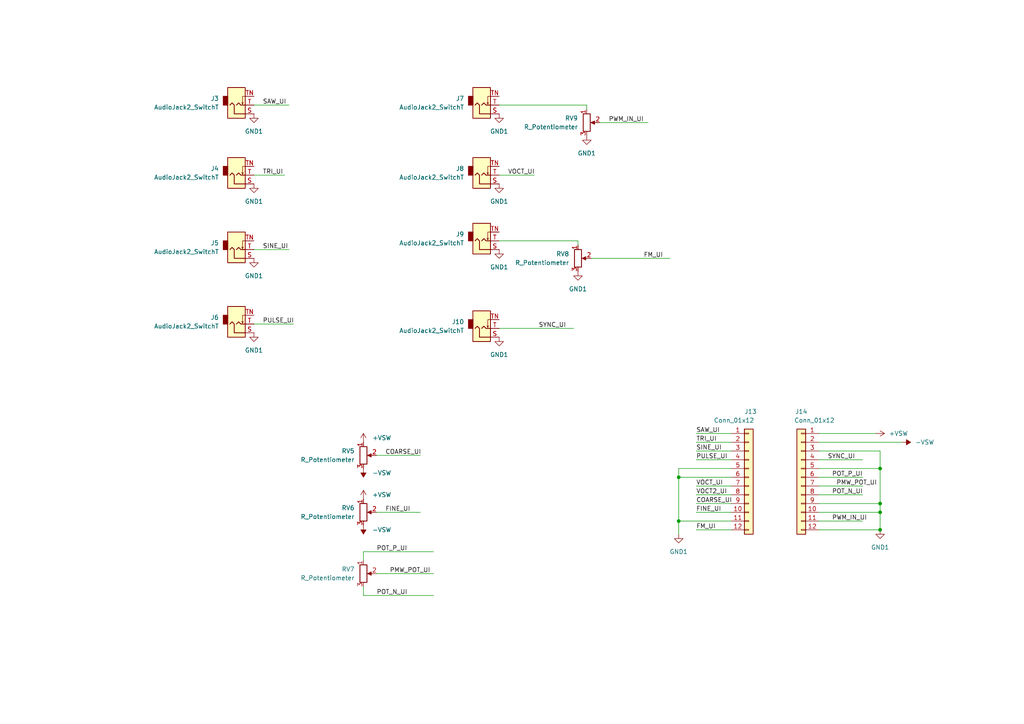
<source format=kicad_sch>
(kicad_sch (version 20211123) (generator eeschema)

  (uuid db029eb8-378f-4592-81ef-204e091eaa5e)

  (paper "A4")

  (lib_symbols
    (symbol "Connector:AudioJack2_SwitchT" (in_bom yes) (on_board yes)
      (property "Reference" "J" (id 0) (at 0 8.89 0)
        (effects (font (size 1.27 1.27)))
      )
      (property "Value" "AudioJack2_SwitchT" (id 1) (at 0 6.35 0)
        (effects (font (size 1.27 1.27)))
      )
      (property "Footprint" "" (id 2) (at 0 0 0)
        (effects (font (size 1.27 1.27)) hide)
      )
      (property "Datasheet" "~" (id 3) (at 0 0 0)
        (effects (font (size 1.27 1.27)) hide)
      )
      (property "ki_keywords" "audio jack receptacle mono headphones phone TS connector" (id 4) (at 0 0 0)
        (effects (font (size 1.27 1.27)) hide)
      )
      (property "ki_description" "Audio Jack, 2 Poles (Mono / TS), Switched T Pole (Normalling)" (id 5) (at 0 0 0)
        (effects (font (size 1.27 1.27)) hide)
      )
      (property "ki_fp_filters" "Jack*" (id 6) (at 0 0 0)
        (effects (font (size 1.27 1.27)) hide)
      )
      (symbol "AudioJack2_SwitchT_0_1"
        (rectangle (start -2.54 0) (end -3.81 -2.54)
          (stroke (width 0.254) (type default) (color 0 0 0 0))
          (fill (type outline))
        )
        (polyline
          (pts
            (xy 1.778 -0.254)
            (xy 2.032 -0.762)
          )
          (stroke (width 0) (type default) (color 0 0 0 0))
          (fill (type none))
        )
        (polyline
          (pts
            (xy 0 0)
            (xy 0.635 -0.635)
            (xy 1.27 0)
            (xy 2.54 0)
          )
          (stroke (width 0.254) (type default) (color 0 0 0 0))
          (fill (type none))
        )
        (polyline
          (pts
            (xy 2.54 -2.54)
            (xy 1.778 -2.54)
            (xy 1.778 -0.254)
            (xy 1.524 -0.762)
          )
          (stroke (width 0) (type default) (color 0 0 0 0))
          (fill (type none))
        )
        (polyline
          (pts
            (xy 2.54 2.54)
            (xy -0.635 2.54)
            (xy -0.635 0)
            (xy -1.27 -0.635)
            (xy -1.905 0)
          )
          (stroke (width 0.254) (type default) (color 0 0 0 0))
          (fill (type none))
        )
        (rectangle (start 2.54 3.81) (end -2.54 -5.08)
          (stroke (width 0.254) (type default) (color 0 0 0 0))
          (fill (type background))
        )
      )
      (symbol "AudioJack2_SwitchT_1_1"
        (pin passive line (at 5.08 2.54 180) (length 2.54)
          (name "~" (effects (font (size 1.27 1.27))))
          (number "S" (effects (font (size 1.27 1.27))))
        )
        (pin passive line (at 5.08 0 180) (length 2.54)
          (name "~" (effects (font (size 1.27 1.27))))
          (number "T" (effects (font (size 1.27 1.27))))
        )
        (pin passive line (at 5.08 -2.54 180) (length 2.54)
          (name "~" (effects (font (size 1.27 1.27))))
          (number "TN" (effects (font (size 1.27 1.27))))
        )
      )
    )
    (symbol "Connector_Generic:Conn_01x12" (pin_names (offset 1.016) hide) (in_bom yes) (on_board yes)
      (property "Reference" "J" (id 0) (at 0 15.24 0)
        (effects (font (size 1.27 1.27)))
      )
      (property "Value" "Conn_01x12" (id 1) (at 0 -17.78 0)
        (effects (font (size 1.27 1.27)))
      )
      (property "Footprint" "" (id 2) (at 0 0 0)
        (effects (font (size 1.27 1.27)) hide)
      )
      (property "Datasheet" "~" (id 3) (at 0 0 0)
        (effects (font (size 1.27 1.27)) hide)
      )
      (property "ki_keywords" "connector" (id 4) (at 0 0 0)
        (effects (font (size 1.27 1.27)) hide)
      )
      (property "ki_description" "Generic connector, single row, 01x12, script generated (kicad-library-utils/schlib/autogen/connector/)" (id 5) (at 0 0 0)
        (effects (font (size 1.27 1.27)) hide)
      )
      (property "ki_fp_filters" "Connector*:*_1x??_*" (id 6) (at 0 0 0)
        (effects (font (size 1.27 1.27)) hide)
      )
      (symbol "Conn_01x12_1_1"
        (rectangle (start -1.27 -15.113) (end 0 -15.367)
          (stroke (width 0.1524) (type default) (color 0 0 0 0))
          (fill (type none))
        )
        (rectangle (start -1.27 -12.573) (end 0 -12.827)
          (stroke (width 0.1524) (type default) (color 0 0 0 0))
          (fill (type none))
        )
        (rectangle (start -1.27 -10.033) (end 0 -10.287)
          (stroke (width 0.1524) (type default) (color 0 0 0 0))
          (fill (type none))
        )
        (rectangle (start -1.27 -7.493) (end 0 -7.747)
          (stroke (width 0.1524) (type default) (color 0 0 0 0))
          (fill (type none))
        )
        (rectangle (start -1.27 -4.953) (end 0 -5.207)
          (stroke (width 0.1524) (type default) (color 0 0 0 0))
          (fill (type none))
        )
        (rectangle (start -1.27 -2.413) (end 0 -2.667)
          (stroke (width 0.1524) (type default) (color 0 0 0 0))
          (fill (type none))
        )
        (rectangle (start -1.27 0.127) (end 0 -0.127)
          (stroke (width 0.1524) (type default) (color 0 0 0 0))
          (fill (type none))
        )
        (rectangle (start -1.27 2.667) (end 0 2.413)
          (stroke (width 0.1524) (type default) (color 0 0 0 0))
          (fill (type none))
        )
        (rectangle (start -1.27 5.207) (end 0 4.953)
          (stroke (width 0.1524) (type default) (color 0 0 0 0))
          (fill (type none))
        )
        (rectangle (start -1.27 7.747) (end 0 7.493)
          (stroke (width 0.1524) (type default) (color 0 0 0 0))
          (fill (type none))
        )
        (rectangle (start -1.27 10.287) (end 0 10.033)
          (stroke (width 0.1524) (type default) (color 0 0 0 0))
          (fill (type none))
        )
        (rectangle (start -1.27 12.827) (end 0 12.573)
          (stroke (width 0.1524) (type default) (color 0 0 0 0))
          (fill (type none))
        )
        (rectangle (start -1.27 13.97) (end 1.27 -16.51)
          (stroke (width 0.254) (type default) (color 0 0 0 0))
          (fill (type background))
        )
        (pin passive line (at -5.08 12.7 0) (length 3.81)
          (name "Pin_1" (effects (font (size 1.27 1.27))))
          (number "1" (effects (font (size 1.27 1.27))))
        )
        (pin passive line (at -5.08 -10.16 0) (length 3.81)
          (name "Pin_10" (effects (font (size 1.27 1.27))))
          (number "10" (effects (font (size 1.27 1.27))))
        )
        (pin passive line (at -5.08 -12.7 0) (length 3.81)
          (name "Pin_11" (effects (font (size 1.27 1.27))))
          (number "11" (effects (font (size 1.27 1.27))))
        )
        (pin passive line (at -5.08 -15.24 0) (length 3.81)
          (name "Pin_12" (effects (font (size 1.27 1.27))))
          (number "12" (effects (font (size 1.27 1.27))))
        )
        (pin passive line (at -5.08 10.16 0) (length 3.81)
          (name "Pin_2" (effects (font (size 1.27 1.27))))
          (number "2" (effects (font (size 1.27 1.27))))
        )
        (pin passive line (at -5.08 7.62 0) (length 3.81)
          (name "Pin_3" (effects (font (size 1.27 1.27))))
          (number "3" (effects (font (size 1.27 1.27))))
        )
        (pin passive line (at -5.08 5.08 0) (length 3.81)
          (name "Pin_4" (effects (font (size 1.27 1.27))))
          (number "4" (effects (font (size 1.27 1.27))))
        )
        (pin passive line (at -5.08 2.54 0) (length 3.81)
          (name "Pin_5" (effects (font (size 1.27 1.27))))
          (number "5" (effects (font (size 1.27 1.27))))
        )
        (pin passive line (at -5.08 0 0) (length 3.81)
          (name "Pin_6" (effects (font (size 1.27 1.27))))
          (number "6" (effects (font (size 1.27 1.27))))
        )
        (pin passive line (at -5.08 -2.54 0) (length 3.81)
          (name "Pin_7" (effects (font (size 1.27 1.27))))
          (number "7" (effects (font (size 1.27 1.27))))
        )
        (pin passive line (at -5.08 -5.08 0) (length 3.81)
          (name "Pin_8" (effects (font (size 1.27 1.27))))
          (number "8" (effects (font (size 1.27 1.27))))
        )
        (pin passive line (at -5.08 -7.62 0) (length 3.81)
          (name "Pin_9" (effects (font (size 1.27 1.27))))
          (number "9" (effects (font (size 1.27 1.27))))
        )
      )
    )
    (symbol "Device:R_Potentiometer" (pin_names (offset 1.016) hide) (in_bom yes) (on_board yes)
      (property "Reference" "RV" (id 0) (at -4.445 0 90)
        (effects (font (size 1.27 1.27)))
      )
      (property "Value" "R_Potentiometer" (id 1) (at -2.54 0 90)
        (effects (font (size 1.27 1.27)))
      )
      (property "Footprint" "" (id 2) (at 0 0 0)
        (effects (font (size 1.27 1.27)) hide)
      )
      (property "Datasheet" "~" (id 3) (at 0 0 0)
        (effects (font (size 1.27 1.27)) hide)
      )
      (property "ki_keywords" "resistor variable" (id 4) (at 0 0 0)
        (effects (font (size 1.27 1.27)) hide)
      )
      (property "ki_description" "Potentiometer" (id 5) (at 0 0 0)
        (effects (font (size 1.27 1.27)) hide)
      )
      (property "ki_fp_filters" "Potentiometer*" (id 6) (at 0 0 0)
        (effects (font (size 1.27 1.27)) hide)
      )
      (symbol "R_Potentiometer_0_1"
        (polyline
          (pts
            (xy 2.54 0)
            (xy 1.524 0)
          )
          (stroke (width 0) (type default) (color 0 0 0 0))
          (fill (type none))
        )
        (polyline
          (pts
            (xy 1.143 0)
            (xy 2.286 0.508)
            (xy 2.286 -0.508)
            (xy 1.143 0)
          )
          (stroke (width 0) (type default) (color 0 0 0 0))
          (fill (type outline))
        )
        (rectangle (start 1.016 2.54) (end -1.016 -2.54)
          (stroke (width 0.254) (type default) (color 0 0 0 0))
          (fill (type none))
        )
      )
      (symbol "R_Potentiometer_1_1"
        (pin passive line (at 0 3.81 270) (length 1.27)
          (name "1" (effects (font (size 1.27 1.27))))
          (number "1" (effects (font (size 1.27 1.27))))
        )
        (pin passive line (at 3.81 0 180) (length 1.27)
          (name "2" (effects (font (size 1.27 1.27))))
          (number "2" (effects (font (size 1.27 1.27))))
        )
        (pin passive line (at 0 -3.81 90) (length 1.27)
          (name "3" (effects (font (size 1.27 1.27))))
          (number "3" (effects (font (size 1.27 1.27))))
        )
      )
    )
    (symbol "power:+VSW" (power) (pin_names (offset 0)) (in_bom yes) (on_board yes)
      (property "Reference" "#PWR" (id 0) (at 0 -3.81 0)
        (effects (font (size 1.27 1.27)) hide)
      )
      (property "Value" "+VSW" (id 1) (at 0 3.556 0)
        (effects (font (size 1.27 1.27)))
      )
      (property "Footprint" "" (id 2) (at 0 0 0)
        (effects (font (size 1.27 1.27)) hide)
      )
      (property "Datasheet" "" (id 3) (at 0 0 0)
        (effects (font (size 1.27 1.27)) hide)
      )
      (property "ki_keywords" "power-flag" (id 4) (at 0 0 0)
        (effects (font (size 1.27 1.27)) hide)
      )
      (property "ki_description" "Power symbol creates a global label with name \"+VSW\"" (id 5) (at 0 0 0)
        (effects (font (size 1.27 1.27)) hide)
      )
      (symbol "+VSW_0_1"
        (polyline
          (pts
            (xy -0.762 1.27)
            (xy 0 2.54)
          )
          (stroke (width 0) (type default) (color 0 0 0 0))
          (fill (type none))
        )
        (polyline
          (pts
            (xy 0 0)
            (xy 0 2.54)
          )
          (stroke (width 0) (type default) (color 0 0 0 0))
          (fill (type none))
        )
        (polyline
          (pts
            (xy 0 2.54)
            (xy 0.762 1.27)
          )
          (stroke (width 0) (type default) (color 0 0 0 0))
          (fill (type none))
        )
      )
      (symbol "+VSW_1_1"
        (pin power_in line (at 0 0 90) (length 0) hide
          (name "+VSW" (effects (font (size 1.27 1.27))))
          (number "1" (effects (font (size 1.27 1.27))))
        )
      )
    )
    (symbol "power:-VSW" (power) (pin_names (offset 0)) (in_bom yes) (on_board yes)
      (property "Reference" "#PWR" (id 0) (at 0 2.54 0)
        (effects (font (size 1.27 1.27)) hide)
      )
      (property "Value" "-VSW" (id 1) (at 0 3.81 0)
        (effects (font (size 1.27 1.27)))
      )
      (property "Footprint" "" (id 2) (at 0 0 0)
        (effects (font (size 1.27 1.27)) hide)
      )
      (property "Datasheet" "" (id 3) (at 0 0 0)
        (effects (font (size 1.27 1.27)) hide)
      )
      (property "ki_keywords" "power-flag" (id 4) (at 0 0 0)
        (effects (font (size 1.27 1.27)) hide)
      )
      (property "ki_description" "Power symbol creates a global label with name \"-VSW\"" (id 5) (at 0 0 0)
        (effects (font (size 1.27 1.27)) hide)
      )
      (symbol "-VSW_0_0"
        (pin power_in line (at 0 0 90) (length 0) hide
          (name "-VSW" (effects (font (size 1.27 1.27))))
          (number "1" (effects (font (size 1.27 1.27))))
        )
      )
      (symbol "-VSW_0_1"
        (polyline
          (pts
            (xy 0 0)
            (xy 0 1.27)
            (xy 0.762 1.27)
            (xy 0 2.54)
            (xy -0.762 1.27)
            (xy 0 1.27)
          )
          (stroke (width 0) (type default) (color 0 0 0 0))
          (fill (type outline))
        )
      )
    )
    (symbol "power:GND1" (power) (pin_names (offset 0)) (in_bom yes) (on_board yes)
      (property "Reference" "#PWR" (id 0) (at 0 -6.35 0)
        (effects (font (size 1.27 1.27)) hide)
      )
      (property "Value" "GND1" (id 1) (at 0 -3.81 0)
        (effects (font (size 1.27 1.27)))
      )
      (property "Footprint" "" (id 2) (at 0 0 0)
        (effects (font (size 1.27 1.27)) hide)
      )
      (property "Datasheet" "" (id 3) (at 0 0 0)
        (effects (font (size 1.27 1.27)) hide)
      )
      (property "ki_keywords" "power-flag" (id 4) (at 0 0 0)
        (effects (font (size 1.27 1.27)) hide)
      )
      (property "ki_description" "Power symbol creates a global label with name \"GND1\" , ground" (id 5) (at 0 0 0)
        (effects (font (size 1.27 1.27)) hide)
      )
      (symbol "GND1_0_1"
        (polyline
          (pts
            (xy 0 0)
            (xy 0 -1.27)
            (xy 1.27 -1.27)
            (xy 0 -2.54)
            (xy -1.27 -1.27)
            (xy 0 -1.27)
          )
          (stroke (width 0) (type default) (color 0 0 0 0))
          (fill (type none))
        )
      )
      (symbol "GND1_1_1"
        (pin power_in line (at 0 0 270) (length 0) hide
          (name "GND1" (effects (font (size 1.27 1.27))))
          (number "1" (effects (font (size 1.27 1.27))))
        )
      )
    )
  )

  (junction (at 255.27 148.59) (diameter 0) (color 0 0 0 0)
    (uuid 0e3427e4-9e93-4d1b-a39a-5754ab10baf8)
  )
  (junction (at 255.27 135.89) (diameter 0) (color 0 0 0 0)
    (uuid 17db02e1-573e-46af-8faf-5d406ff54532)
  )
  (junction (at 255.27 146.05) (diameter 0) (color 0 0 0 0)
    (uuid 26e026ec-cd78-4ca0-bf21-0ff4aaa20793)
  )
  (junction (at 255.27 153.67) (diameter 0) (color 0 0 0 0)
    (uuid 4b14b03f-8c92-46b3-98ae-ea8923d49d93)
  )
  (junction (at 196.85 151.13) (diameter 0) (color 0 0 0 0)
    (uuid 6c447788-cef8-4323-8e24-944ccaf387df)
  )
  (junction (at 196.85 138.43) (diameter 0) (color 0 0 0 0)
    (uuid c05f7476-3a94-4f93-bbf2-5da176f87413)
  )

  (wire (pts (xy 173.99 35.56) (xy 187.96 35.56))
    (stroke (width 0) (type default) (color 0 0 0 0))
    (uuid 05cd84ba-a4cc-4efb-94d2-335a52921a91)
  )
  (wire (pts (xy 167.64 69.85) (xy 167.64 71.12))
    (stroke (width 0) (type default) (color 0 0 0 0))
    (uuid 07436936-97fa-4fef-9636-6bcc78090bd2)
  )
  (wire (pts (xy 250.19 140.97) (xy 237.49 140.97))
    (stroke (width 0) (type default) (color 0 0 0 0))
    (uuid 099f1c0b-948d-44bb-853c-b13f48b56876)
  )
  (wire (pts (xy 255.27 146.05) (xy 255.27 148.59))
    (stroke (width 0) (type default) (color 0 0 0 0))
    (uuid 12ae95ce-fa39-459f-961b-6c6322acd577)
  )
  (wire (pts (xy 73.66 72.39) (xy 83.82 72.39))
    (stroke (width 0) (type default) (color 0 0 0 0))
    (uuid 18e14f04-b2f9-40c4-860c-5b0614cdbcb2)
  )
  (wire (pts (xy 196.85 135.89) (xy 196.85 138.43))
    (stroke (width 0) (type default) (color 0 0 0 0))
    (uuid 1ebd0517-aa38-4439-8011-b413ebf422cb)
  )
  (wire (pts (xy 237.49 148.59) (xy 255.27 148.59))
    (stroke (width 0) (type default) (color 0 0 0 0))
    (uuid 1ec5208a-4434-4563-8ef4-27dd0316d97a)
  )
  (wire (pts (xy 250.19 151.13) (xy 237.49 151.13))
    (stroke (width 0) (type default) (color 0 0 0 0))
    (uuid 1edfca0c-7a02-4327-b29e-007607e00e62)
  )
  (wire (pts (xy 125.73 160.02) (xy 105.41 160.02))
    (stroke (width 0) (type default) (color 0 0 0 0))
    (uuid 1f96c559-08e0-419d-84e9-041eab6f0f7b)
  )
  (wire (pts (xy 237.49 146.05) (xy 255.27 146.05))
    (stroke (width 0) (type default) (color 0 0 0 0))
    (uuid 2689fc57-b5a3-47c0-82f7-6c2097a4d06a)
  )
  (wire (pts (xy 196.85 138.43) (xy 196.85 151.13))
    (stroke (width 0) (type default) (color 0 0 0 0))
    (uuid 371a7c33-a384-4f74-a77c-9472f7755e4d)
  )
  (wire (pts (xy 255.27 130.81) (xy 255.27 135.89))
    (stroke (width 0) (type default) (color 0 0 0 0))
    (uuid 3805c214-74f2-4a2b-9363-325f90a26d72)
  )
  (wire (pts (xy 237.49 125.73) (xy 254 125.73))
    (stroke (width 0) (type default) (color 0 0 0 0))
    (uuid 3ac26387-cfec-435d-94a5-bfecffd5a37e)
  )
  (wire (pts (xy 201.93 153.67) (xy 212.09 153.67))
    (stroke (width 0) (type default) (color 0 0 0 0))
    (uuid 3c21ad08-72c9-4631-b0ba-815476c793ca)
  )
  (wire (pts (xy 196.85 151.13) (xy 196.85 154.94))
    (stroke (width 0) (type default) (color 0 0 0 0))
    (uuid 44f9d6be-a921-45d3-83e4-b44fc7092f94)
  )
  (wire (pts (xy 201.93 128.27) (xy 212.09 128.27))
    (stroke (width 0) (type default) (color 0 0 0 0))
    (uuid 46eec080-8f9d-4b82-8245-447a3a0f325b)
  )
  (wire (pts (xy 196.85 138.43) (xy 212.09 138.43))
    (stroke (width 0) (type default) (color 0 0 0 0))
    (uuid 5c370c08-4333-44fb-b0bc-1c4e5e5051fe)
  )
  (wire (pts (xy 105.41 172.72) (xy 105.41 170.18))
    (stroke (width 0) (type default) (color 0 0 0 0))
    (uuid 5d753425-070e-453a-9664-6b39c0358529)
  )
  (wire (pts (xy 201.93 143.51) (xy 212.09 143.51))
    (stroke (width 0) (type default) (color 0 0 0 0))
    (uuid 60c6cd11-19de-4507-bbfd-0b3eecb0ec9b)
  )
  (wire (pts (xy 144.78 30.48) (xy 170.18 30.48))
    (stroke (width 0) (type default) (color 0 0 0 0))
    (uuid 61cffea8-33cb-441f-9aea-36f0010c68da)
  )
  (wire (pts (xy 73.66 50.8) (xy 82.55 50.8))
    (stroke (width 0) (type default) (color 0 0 0 0))
    (uuid 62306dda-53eb-47f9-96a6-2a91b9df828a)
  )
  (wire (pts (xy 201.93 148.59) (xy 212.09 148.59))
    (stroke (width 0) (type default) (color 0 0 0 0))
    (uuid 69e414fb-6c4e-4883-b4d3-b341f4e4f65e)
  )
  (wire (pts (xy 201.93 133.35) (xy 212.09 133.35))
    (stroke (width 0) (type default) (color 0 0 0 0))
    (uuid 6d6dd1f0-ffd7-4c80-b2bd-a358c1ceed94)
  )
  (wire (pts (xy 201.93 125.73) (xy 212.09 125.73))
    (stroke (width 0) (type default) (color 0 0 0 0))
    (uuid 6f185d0b-166a-4001-8b55-6c90bcd82287)
  )
  (wire (pts (xy 237.49 130.81) (xy 255.27 130.81))
    (stroke (width 0) (type default) (color 0 0 0 0))
    (uuid 72d68da8-ce94-4e17-aa31-3d1976c2d9eb)
  )
  (wire (pts (xy 125.73 172.72) (xy 105.41 172.72))
    (stroke (width 0) (type default) (color 0 0 0 0))
    (uuid 74d6943a-6992-4081-b416-443cccd044f4)
  )
  (wire (pts (xy 237.49 153.67) (xy 255.27 153.67))
    (stroke (width 0) (type default) (color 0 0 0 0))
    (uuid 74dbb1ce-3365-4e8d-aa27-c27e120b9571)
  )
  (wire (pts (xy 201.93 140.97) (xy 212.09 140.97))
    (stroke (width 0) (type default) (color 0 0 0 0))
    (uuid 76434685-59c3-442e-9aef-9840e2e0b756)
  )
  (wire (pts (xy 144.78 50.8) (xy 154.94 50.8))
    (stroke (width 0) (type default) (color 0 0 0 0))
    (uuid 7e365a75-7ef7-4bc4-b900-97a23bdcc177)
  )
  (wire (pts (xy 250.19 138.43) (xy 237.49 138.43))
    (stroke (width 0) (type default) (color 0 0 0 0))
    (uuid 82c1aa95-7b67-4032-b778-0b77baf9a4c8)
  )
  (wire (pts (xy 250.19 133.35) (xy 237.49 133.35))
    (stroke (width 0) (type default) (color 0 0 0 0))
    (uuid 9067a147-ab1d-45f5-9485-8e3533274c19)
  )
  (wire (pts (xy 144.78 69.85) (xy 167.64 69.85))
    (stroke (width 0) (type default) (color 0 0 0 0))
    (uuid 966207dc-8df6-4e78-a414-a24570be2c65)
  )
  (wire (pts (xy 105.41 160.02) (xy 105.41 162.56))
    (stroke (width 0) (type default) (color 0 0 0 0))
    (uuid 976ddcae-3af2-4918-8e51-2b7512336028)
  )
  (wire (pts (xy 144.78 95.25) (xy 166.37 95.25))
    (stroke (width 0) (type default) (color 0 0 0 0))
    (uuid 9cde1728-e853-417a-9ef0-96155381e626)
  )
  (wire (pts (xy 255.27 135.89) (xy 255.27 146.05))
    (stroke (width 0) (type default) (color 0 0 0 0))
    (uuid 9d22bfa1-d650-43d2-b67c-1ad483a0d5d5)
  )
  (wire (pts (xy 196.85 151.13) (xy 212.09 151.13))
    (stroke (width 0) (type default) (color 0 0 0 0))
    (uuid ad6f0be3-df79-42ce-a019-6f98c8940f6a)
  )
  (wire (pts (xy 194.31 74.93) (xy 171.45 74.93))
    (stroke (width 0) (type default) (color 0 0 0 0))
    (uuid af2b6631-ffb4-4191-a3b1-eecfecd8cbc7)
  )
  (wire (pts (xy 170.18 30.48) (xy 170.18 31.75))
    (stroke (width 0) (type default) (color 0 0 0 0))
    (uuid b836ad3e-37e5-4dd2-bb88-840d590d5ef7)
  )
  (wire (pts (xy 109.22 166.37) (xy 125.73 166.37))
    (stroke (width 0) (type default) (color 0 0 0 0))
    (uuid c0f8f368-3b6f-44a2-abcb-cadcbf61e7fb)
  )
  (wire (pts (xy 237.49 135.89) (xy 255.27 135.89))
    (stroke (width 0) (type default) (color 0 0 0 0))
    (uuid c39b09ba-c61d-4868-8fa8-c3c4c64b328c)
  )
  (wire (pts (xy 73.66 93.98) (xy 85.09 93.98))
    (stroke (width 0) (type default) (color 0 0 0 0))
    (uuid c3a617ea-7ae6-45c3-a8c7-09bf1bab9a5c)
  )
  (wire (pts (xy 109.22 148.59) (xy 121.92 148.59))
    (stroke (width 0) (type default) (color 0 0 0 0))
    (uuid c4da8985-8598-4bbe-b2dd-9b1d1564cef1)
  )
  (wire (pts (xy 237.49 128.27) (xy 261.62 128.27))
    (stroke (width 0) (type default) (color 0 0 0 0))
    (uuid c67a733f-481e-4d2d-999e-ff128d30d74d)
  )
  (wire (pts (xy 109.22 132.08) (xy 121.92 132.08))
    (stroke (width 0) (type default) (color 0 0 0 0))
    (uuid d79d8039-0242-46a3-9c56-de9b482eee0a)
  )
  (wire (pts (xy 201.93 130.81) (xy 212.09 130.81))
    (stroke (width 0) (type default) (color 0 0 0 0))
    (uuid dc77a7d5-d4da-494d-8eb9-3cdce505dcda)
  )
  (wire (pts (xy 73.66 30.48) (xy 83.82 30.48))
    (stroke (width 0) (type default) (color 0 0 0 0))
    (uuid de4d2843-ded3-4c83-87c7-853aff452a26)
  )
  (wire (pts (xy 212.09 135.89) (xy 196.85 135.89))
    (stroke (width 0) (type default) (color 0 0 0 0))
    (uuid e9efe5a7-24f6-46cd-b9a0-d87817d41bcc)
  )
  (wire (pts (xy 250.19 143.51) (xy 237.49 143.51))
    (stroke (width 0) (type default) (color 0 0 0 0))
    (uuid f61c9914-0176-4560-bb90-480364e6a6cd)
  )
  (wire (pts (xy 255.27 148.59) (xy 255.27 153.67))
    (stroke (width 0) (type default) (color 0 0 0 0))
    (uuid f622b175-dfc2-4e63-aa34-27e62ae47745)
  )
  (wire (pts (xy 201.93 146.05) (xy 212.09 146.05))
    (stroke (width 0) (type default) (color 0 0 0 0))
    (uuid f7312eb2-d108-41f9-b6ba-6ffde1a9e6ec)
  )

  (label "SYNC_UI" (at 156.21 95.25 0)
    (effects (font (size 1.27 1.27)) (justify left bottom))
    (uuid 11e9a844-cf01-48b0-ac4c-3bded2f7e550)
  )
  (label "POT_N_UI" (at 241.3 143.51 0)
    (effects (font (size 1.27 1.27)) (justify left bottom))
    (uuid 1b746508-7ebf-4918-b1e0-340dbdbd63bd)
  )
  (label "FINE_UI" (at 201.93 148.59 0)
    (effects (font (size 1.27 1.27)) (justify left bottom))
    (uuid 25f5aea5-fc4d-4a8f-9859-fa6a13492be2)
  )
  (label "SYNC_UI" (at 240.03 133.35 0)
    (effects (font (size 1.27 1.27)) (justify left bottom))
    (uuid 2b245f81-0108-4871-a9f8-5ce259773673)
  )
  (label "VOCT_UI" (at 201.93 140.97 0)
    (effects (font (size 1.27 1.27)) (justify left bottom))
    (uuid 2e14957b-e576-41a9-bb46-75f8907d7a1c)
  )
  (label "TRI_UI" (at 201.93 128.27 0)
    (effects (font (size 1.27 1.27)) (justify left bottom))
    (uuid 2fce9a97-6235-41bf-b1eb-668cdc84c0d8)
  )
  (label "POT_P_UI" (at 109.22 160.02 0)
    (effects (font (size 1.27 1.27)) (justify left bottom))
    (uuid 319559ea-581a-4f1c-9ef7-f44ec57c46a7)
  )
  (label "POT_N_UI" (at 109.22 172.72 0)
    (effects (font (size 1.27 1.27)) (justify left bottom))
    (uuid 5040b79a-81e5-49f6-bf0a-eb3b19d8cc40)
  )
  (label "COARSE_UI" (at 111.76 132.08 0)
    (effects (font (size 1.27 1.27)) (justify left bottom))
    (uuid 51f245d2-1f3f-43fa-8b7c-d2b779c568b2)
  )
  (label "PWM_IN_UI" (at 176.53 35.56 0)
    (effects (font (size 1.27 1.27)) (justify left bottom))
    (uuid 6497ebdb-96a8-45ce-8ab9-a34abdb0a680)
  )
  (label "FINE_UI" (at 111.76 148.59 0)
    (effects (font (size 1.27 1.27)) (justify left bottom))
    (uuid 6797d263-83e3-4dcb-9fc1-c34b5cfd324f)
  )
  (label "FM_UI" (at 201.93 153.67 0)
    (effects (font (size 1.27 1.27)) (justify left bottom))
    (uuid 718aa8d3-2610-49e5-8498-109f280d1f11)
  )
  (label "PULSE_UI" (at 201.93 133.35 0)
    (effects (font (size 1.27 1.27)) (justify left bottom))
    (uuid 89a7510f-29e3-473c-b045-ad05347c1ff5)
  )
  (label "PWM_IN_UI" (at 241.3 151.13 0)
    (effects (font (size 1.27 1.27)) (justify left bottom))
    (uuid 8b7b6150-6e17-4508-8271-2ea039fd0a1d)
  )
  (label "VOCT_UI" (at 147.32 50.8 0)
    (effects (font (size 1.27 1.27)) (justify left bottom))
    (uuid 92c360f4-4c1b-4367-ad40-e00167bf3f88)
  )
  (label "PULSE_UI" (at 76.2 93.98 0)
    (effects (font (size 1.27 1.27)) (justify left bottom))
    (uuid 98e21296-f200-4157-b8a7-f711bf098ece)
  )
  (label "VOCT2_UI" (at 201.93 143.51 0)
    (effects (font (size 1.27 1.27)) (justify left bottom))
    (uuid 9c6005df-d229-4e8d-b81f-eb91cead2e40)
  )
  (label "FM_UI" (at 186.69 74.93 0)
    (effects (font (size 1.27 1.27)) (justify left bottom))
    (uuid a124d49e-6423-4e02-bdf9-ca38776e7762)
  )
  (label "PMW_POT_UI" (at 113.03 166.37 0)
    (effects (font (size 1.27 1.27)) (justify left bottom))
    (uuid b3c3a047-064f-4102-bb82-a33612151181)
  )
  (label "COARSE_UI" (at 201.93 146.05 0)
    (effects (font (size 1.27 1.27)) (justify left bottom))
    (uuid c7ace4db-7b19-47fb-ba13-6a1f46753742)
  )
  (label "POT_P_UI" (at 241.3 138.43 0)
    (effects (font (size 1.27 1.27)) (justify left bottom))
    (uuid d4fee2bb-8790-4184-a5b2-4b742eaa9c1a)
  )
  (label "TRI_UI" (at 76.2 50.8 0)
    (effects (font (size 1.27 1.27)) (justify left bottom))
    (uuid d5a94f78-958a-4577-a380-0703636ccee1)
  )
  (label "SAW_UI" (at 76.2 30.48 0)
    (effects (font (size 1.27 1.27)) (justify left bottom))
    (uuid dce54ff5-536a-432a-a5db-989c9c62764e)
  )
  (label "SINE_UI" (at 201.93 130.81 0)
    (effects (font (size 1.27 1.27)) (justify left bottom))
    (uuid e1e18dea-8447-4844-a5bd-c821c9889be9)
  )
  (label "PMW_POT_UI" (at 242.57 140.97 0)
    (effects (font (size 1.27 1.27)) (justify left bottom))
    (uuid e31b7783-0cbf-495d-b511-95915b28a0db)
  )
  (label "SAW_UI" (at 201.93 125.73 0)
    (effects (font (size 1.27 1.27)) (justify left bottom))
    (uuid ee0c6a3e-f13d-4023-9f83-e9a0dc874efd)
  )
  (label "SINE_UI" (at 76.2 72.39 0)
    (effects (font (size 1.27 1.27)) (justify left bottom))
    (uuid f2250321-83bc-48a0-9cdc-8649a7319e62)
  )

  (symbol (lib_id "power:GND1") (at 144.78 97.79 0) (unit 1)
    (in_bom yes) (on_board yes) (fields_autoplaced)
    (uuid 050deb1e-32fb-4606-a822-3e88eb4447b7)
    (property "Reference" "#PWR055" (id 0) (at 144.78 104.14 0)
      (effects (font (size 1.27 1.27)) hide)
    )
    (property "Value" "GND1" (id 1) (at 144.78 102.87 0))
    (property "Footprint" "" (id 2) (at 144.78 97.79 0)
      (effects (font (size 1.27 1.27)) hide)
    )
    (property "Datasheet" "" (id 3) (at 144.78 97.79 0)
      (effects (font (size 1.27 1.27)) hide)
    )
    (pin "1" (uuid 148cbadb-c39a-43ec-9b69-16c16947add0))
  )

  (symbol (lib_id "Device:R_Potentiometer") (at 167.64 74.93 0) (unit 1)
    (in_bom yes) (on_board yes) (fields_autoplaced)
    (uuid 0f98137f-92a5-454e-8b60-31e7c3f4a16e)
    (property "Reference" "RV8" (id 0) (at 165.1 73.6599 0)
      (effects (font (size 1.27 1.27)) (justify right))
    )
    (property "Value" "R_Potentiometer" (id 1) (at 165.1 76.1999 0)
      (effects (font (size 1.27 1.27)) (justify right))
    )
    (property "Footprint" "Potentiometer_THT:Potentiometer_Alpha_RD901F-40-00D_Single_Vertical_CircularHoles" (id 2) (at 167.64 74.93 0)
      (effects (font (size 1.27 1.27)) hide)
    )
    (property "Datasheet" "~" (id 3) (at 167.64 74.93 0)
      (effects (font (size 1.27 1.27)) hide)
    )
    (pin "1" (uuid a3614ca0-7ddf-4832-a078-d0862f4aa816))
    (pin "2" (uuid 30854738-39f9-41f7-9c50-13234a785d4c))
    (pin "3" (uuid b1cb2d44-904f-4c18-86b5-59721cadec44))
  )

  (symbol (lib_id "Connector:AudioJack2_SwitchT") (at 139.7 69.85 0) (mirror x) (unit 1)
    (in_bom yes) (on_board yes) (fields_autoplaced)
    (uuid 12389d54-d624-41f9-9f0e-42a9874cbbdd)
    (property "Reference" "J9" (id 0) (at 134.62 67.9449 0)
      (effects (font (size 1.27 1.27)) (justify right))
    )
    (property "Value" "AudioJack2_SwitchT" (id 1) (at 134.62 70.4849 0)
      (effects (font (size 1.27 1.27)) (justify right))
    )
    (property "Footprint" "Connector_Audio:Jack_3.5mm_QingPu_WQP-PJ398SM_Vertical_CircularHoles" (id 2) (at 139.7 69.85 0)
      (effects (font (size 1.27 1.27)) hide)
    )
    (property "Datasheet" "~" (id 3) (at 139.7 69.85 0)
      (effects (font (size 1.27 1.27)) hide)
    )
    (pin "S" (uuid a9e5c8e6-4a0e-4f5a-9382-5cc222dc5bb9))
    (pin "T" (uuid a623ed9f-8c31-46b3-b533-c6f81040a878))
    (pin "TN" (uuid ab1a329d-de70-4bec-98c3-c0a4d6901794))
  )

  (symbol (lib_id "power:GND1") (at 73.66 96.52 0) (unit 1)
    (in_bom yes) (on_board yes) (fields_autoplaced)
    (uuid 13930a00-2767-46fa-8798-4267cad03bbe)
    (property "Reference" "#PWR047" (id 0) (at 73.66 102.87 0)
      (effects (font (size 1.27 1.27)) hide)
    )
    (property "Value" "GND1" (id 1) (at 73.66 101.6 0))
    (property "Footprint" "" (id 2) (at 73.66 96.52 0)
      (effects (font (size 1.27 1.27)) hide)
    )
    (property "Datasheet" "" (id 3) (at 73.66 96.52 0)
      (effects (font (size 1.27 1.27)) hide)
    )
    (pin "1" (uuid 695e07d7-ccc4-43e0-94f6-130141a9ae2c))
  )

  (symbol (lib_id "power:+VSW") (at 105.41 128.27 0) (unit 1)
    (in_bom yes) (on_board yes) (fields_autoplaced)
    (uuid 15ac21ae-f9cb-44b3-a829-11afb5bf7364)
    (property "Reference" "#PWR048" (id 0) (at 105.41 132.08 0)
      (effects (font (size 1.27 1.27)) hide)
    )
    (property "Value" "+VSW" (id 1) (at 107.95 126.9999 0)
      (effects (font (size 1.27 1.27)) (justify left))
    )
    (property "Footprint" "" (id 2) (at 105.41 128.27 0)
      (effects (font (size 1.27 1.27)) hide)
    )
    (property "Datasheet" "" (id 3) (at 105.41 128.27 0)
      (effects (font (size 1.27 1.27)) hide)
    )
    (pin "1" (uuid d80f7892-6599-4c58-8ba5-7baa5b92a712))
  )

  (symbol (lib_id "Connector:AudioJack2_SwitchT") (at 68.58 50.8 0) (mirror x) (unit 1)
    (in_bom yes) (on_board yes) (fields_autoplaced)
    (uuid 1b9c1029-d484-4fa3-9ef5-1f130cf9a902)
    (property "Reference" "J4" (id 0) (at 63.5 48.8949 0)
      (effects (font (size 1.27 1.27)) (justify right))
    )
    (property "Value" "AudioJack2_SwitchT" (id 1) (at 63.5 51.4349 0)
      (effects (font (size 1.27 1.27)) (justify right))
    )
    (property "Footprint" "Connector_Audio:Jack_3.5mm_QingPu_WQP-PJ398SM_Vertical_CircularHoles" (id 2) (at 68.58 50.8 0)
      (effects (font (size 1.27 1.27)) hide)
    )
    (property "Datasheet" "~" (id 3) (at 68.58 50.8 0)
      (effects (font (size 1.27 1.27)) hide)
    )
    (pin "S" (uuid 22fe7a42-8a42-4763-b568-47674b82b156))
    (pin "T" (uuid d7b4d359-6cee-4ce9-a2be-9e49fd43eb8a))
    (pin "TN" (uuid 2fe31bb1-fdf6-48fd-b74a-c3eadbb7622d))
  )

  (symbol (lib_id "Device:R_Potentiometer") (at 170.18 35.56 0) (unit 1)
    (in_bom yes) (on_board yes) (fields_autoplaced)
    (uuid 27fa20ae-2e67-4919-b11d-dcaa19446ef4)
    (property "Reference" "RV9" (id 0) (at 167.64 34.2899 0)
      (effects (font (size 1.27 1.27)) (justify right))
    )
    (property "Value" "R_Potentiometer" (id 1) (at 167.64 36.8299 0)
      (effects (font (size 1.27 1.27)) (justify right))
    )
    (property "Footprint" "Potentiometer_THT:Potentiometer_Alpha_RD901F-40-00D_Single_Vertical_CircularHoles" (id 2) (at 170.18 35.56 0)
      (effects (font (size 1.27 1.27)) hide)
    )
    (property "Datasheet" "~" (id 3) (at 170.18 35.56 0)
      (effects (font (size 1.27 1.27)) hide)
    )
    (pin "1" (uuid 7a0365ee-0bc3-48c5-bb7a-70c9efe7c000))
    (pin "2" (uuid 20231271-7c46-407d-8ef5-db411c6d99da))
    (pin "3" (uuid f739d856-1265-4d6e-8e2d-0895ff135e7d))
  )

  (symbol (lib_id "Connector:AudioJack2_SwitchT") (at 68.58 72.39 0) (mirror x) (unit 1)
    (in_bom yes) (on_board yes) (fields_autoplaced)
    (uuid 2cce5c52-1e96-454c-86c5-3cd3bdb28627)
    (property "Reference" "J5" (id 0) (at 63.5 70.4849 0)
      (effects (font (size 1.27 1.27)) (justify right))
    )
    (property "Value" "AudioJack2_SwitchT" (id 1) (at 63.5 73.0249 0)
      (effects (font (size 1.27 1.27)) (justify right))
    )
    (property "Footprint" "Connector_Audio:Jack_3.5mm_QingPu_WQP-PJ398SM_Vertical_CircularHoles" (id 2) (at 68.58 72.39 0)
      (effects (font (size 1.27 1.27)) hide)
    )
    (property "Datasheet" "~" (id 3) (at 68.58 72.39 0)
      (effects (font (size 1.27 1.27)) hide)
    )
    (pin "S" (uuid 698296d2-7993-49c3-9a56-7d5fb9ec026f))
    (pin "T" (uuid e3dcf7e2-b192-4e91-a300-52759231d89b))
    (pin "TN" (uuid ab7f7cce-4191-4da2-8312-a97543cc758c))
  )

  (symbol (lib_id "power:-VSW") (at 105.41 135.89 180) (unit 1)
    (in_bom yes) (on_board yes) (fields_autoplaced)
    (uuid 461f7005-ea4b-4184-a695-f1b5e6045075)
    (property "Reference" "#PWR049" (id 0) (at 105.41 138.43 0)
      (effects (font (size 1.27 1.27)) hide)
    )
    (property "Value" "-VSW" (id 1) (at 107.95 137.1599 0)
      (effects (font (size 1.27 1.27)) (justify right))
    )
    (property "Footprint" "" (id 2) (at 105.41 135.89 0)
      (effects (font (size 1.27 1.27)) hide)
    )
    (property "Datasheet" "" (id 3) (at 105.41 135.89 0)
      (effects (font (size 1.27 1.27)) hide)
    )
    (pin "1" (uuid e521e042-7bea-4d77-9333-ee55df12e14c))
  )

  (symbol (lib_id "Device:R_Potentiometer") (at 105.41 132.08 0) (unit 1)
    (in_bom yes) (on_board yes) (fields_autoplaced)
    (uuid 4d75eb7d-a7b0-4fd0-8cfb-99212dea5b05)
    (property "Reference" "RV5" (id 0) (at 102.87 130.8099 0)
      (effects (font (size 1.27 1.27)) (justify right))
    )
    (property "Value" "R_Potentiometer" (id 1) (at 102.87 133.3499 0)
      (effects (font (size 1.27 1.27)) (justify right))
    )
    (property "Footprint" "Potentiometer_THT:Potentiometer_Alpha_RD901F-40-00D_Single_Vertical_CircularHoles" (id 2) (at 105.41 132.08 0)
      (effects (font (size 1.27 1.27)) hide)
    )
    (property "Datasheet" "~" (id 3) (at 105.41 132.08 0)
      (effects (font (size 1.27 1.27)) hide)
    )
    (pin "1" (uuid 7298215e-7c5d-4566-9de7-94d9ce763cc8))
    (pin "2" (uuid 397651a3-fd76-41ea-b30a-e5bcb858c25e))
    (pin "3" (uuid 2543e11a-7679-4cc7-a60b-862513e191b2))
  )

  (symbol (lib_id "power:+VSW") (at 105.41 144.78 0) (unit 1)
    (in_bom yes) (on_board yes) (fields_autoplaced)
    (uuid 511037ab-8aa3-4a0d-ae4f-6765d641fad2)
    (property "Reference" "#PWR050" (id 0) (at 105.41 148.59 0)
      (effects (font (size 1.27 1.27)) hide)
    )
    (property "Value" "+VSW" (id 1) (at 107.95 143.5099 0)
      (effects (font (size 1.27 1.27)) (justify left))
    )
    (property "Footprint" "" (id 2) (at 105.41 144.78 0)
      (effects (font (size 1.27 1.27)) hide)
    )
    (property "Datasheet" "" (id 3) (at 105.41 144.78 0)
      (effects (font (size 1.27 1.27)) hide)
    )
    (pin "1" (uuid 1d6fab55-8b7b-47d1-9cf1-815f63776650))
  )

  (symbol (lib_id "Device:R_Potentiometer") (at 105.41 148.59 0) (unit 1)
    (in_bom yes) (on_board yes) (fields_autoplaced)
    (uuid 591d3693-359a-4ac7-b03a-cf66bbb83c40)
    (property "Reference" "RV6" (id 0) (at 102.87 147.3199 0)
      (effects (font (size 1.27 1.27)) (justify right))
    )
    (property "Value" "R_Potentiometer" (id 1) (at 102.87 149.8599 0)
      (effects (font (size 1.27 1.27)) (justify right))
    )
    (property "Footprint" "Potentiometer_THT:Potentiometer_Alpha_RD901F-40-00D_Single_Vertical_CircularHoles" (id 2) (at 105.41 148.59 0)
      (effects (font (size 1.27 1.27)) hide)
    )
    (property "Datasheet" "~" (id 3) (at 105.41 148.59 0)
      (effects (font (size 1.27 1.27)) hide)
    )
    (pin "1" (uuid d264f4b9-4e1e-460d-a14f-6aee4c1791ca))
    (pin "2" (uuid 46f3b954-3510-4815-9fc3-cce18eca4b7b))
    (pin "3" (uuid 5a00bf1d-9fde-433c-9c1d-3142ff68fa55))
  )

  (symbol (lib_id "power:-VSW") (at 105.41 152.4 180) (unit 1)
    (in_bom yes) (on_board yes) (fields_autoplaced)
    (uuid 65cf0107-1ee2-4768-94b5-f62f0bad4654)
    (property "Reference" "#PWR051" (id 0) (at 105.41 154.94 0)
      (effects (font (size 1.27 1.27)) hide)
    )
    (property "Value" "-VSW" (id 1) (at 107.95 153.6699 0)
      (effects (font (size 1.27 1.27)) (justify right))
    )
    (property "Footprint" "" (id 2) (at 105.41 152.4 0)
      (effects (font (size 1.27 1.27)) hide)
    )
    (property "Datasheet" "" (id 3) (at 105.41 152.4 0)
      (effects (font (size 1.27 1.27)) hide)
    )
    (pin "1" (uuid f044d33a-1947-4d97-a822-4c4ae9c82587))
  )

  (symbol (lib_id "power:GND1") (at 73.66 74.93 0) (unit 1)
    (in_bom yes) (on_board yes) (fields_autoplaced)
    (uuid 704b9c4f-3816-4d3a-bb48-bbefdfdbc933)
    (property "Reference" "#PWR046" (id 0) (at 73.66 81.28 0)
      (effects (font (size 1.27 1.27)) hide)
    )
    (property "Value" "GND1" (id 1) (at 73.66 80.01 0))
    (property "Footprint" "" (id 2) (at 73.66 74.93 0)
      (effects (font (size 1.27 1.27)) hide)
    )
    (property "Datasheet" "" (id 3) (at 73.66 74.93 0)
      (effects (font (size 1.27 1.27)) hide)
    )
    (pin "1" (uuid 89d334a3-3cc5-42ae-9655-9ab241f3284c))
  )

  (symbol (lib_id "Connector:AudioJack2_SwitchT") (at 68.58 93.98 0) (mirror x) (unit 1)
    (in_bom yes) (on_board yes) (fields_autoplaced)
    (uuid 738ba716-b144-4d9d-a97f-9a5e3edc1787)
    (property "Reference" "J6" (id 0) (at 63.5 92.0749 0)
      (effects (font (size 1.27 1.27)) (justify right))
    )
    (property "Value" "AudioJack2_SwitchT" (id 1) (at 63.5 94.6149 0)
      (effects (font (size 1.27 1.27)) (justify right))
    )
    (property "Footprint" "Connector_Audio:Jack_3.5mm_QingPu_WQP-PJ398SM_Vertical_CircularHoles" (id 2) (at 68.58 93.98 0)
      (effects (font (size 1.27 1.27)) hide)
    )
    (property "Datasheet" "~" (id 3) (at 68.58 93.98 0)
      (effects (font (size 1.27 1.27)) hide)
    )
    (pin "S" (uuid 79429c7f-e757-4a1e-8884-b6b704edec9c))
    (pin "T" (uuid 32504c11-8684-40e0-9d39-7fd8c726ce4b))
    (pin "TN" (uuid d69808a7-bea8-4260-a073-3e4481678065))
  )

  (symbol (lib_id "power:GND1") (at 73.66 53.34 0) (unit 1)
    (in_bom yes) (on_board yes) (fields_autoplaced)
    (uuid 75349622-a48a-42e0-bb6d-980c6a73a41c)
    (property "Reference" "#PWR045" (id 0) (at 73.66 59.69 0)
      (effects (font (size 1.27 1.27)) hide)
    )
    (property "Value" "GND1" (id 1) (at 73.66 58.42 0))
    (property "Footprint" "" (id 2) (at 73.66 53.34 0)
      (effects (font (size 1.27 1.27)) hide)
    )
    (property "Datasheet" "" (id 3) (at 73.66 53.34 0)
      (effects (font (size 1.27 1.27)) hide)
    )
    (pin "1" (uuid 14dffd82-28ac-45dd-929c-b7ac17aa6dda))
  )

  (symbol (lib_id "Device:R_Potentiometer") (at 105.41 166.37 0) (unit 1)
    (in_bom yes) (on_board yes) (fields_autoplaced)
    (uuid 77b39fe5-4a1b-4bb3-a5cf-ac69a26dd7fa)
    (property "Reference" "RV7" (id 0) (at 102.87 165.0999 0)
      (effects (font (size 1.27 1.27)) (justify right))
    )
    (property "Value" "R_Potentiometer" (id 1) (at 102.87 167.6399 0)
      (effects (font (size 1.27 1.27)) (justify right))
    )
    (property "Footprint" "Potentiometer_THT:Potentiometer_Alpha_RD901F-40-00D_Single_Vertical_CircularHoles" (id 2) (at 105.41 166.37 0)
      (effects (font (size 1.27 1.27)) hide)
    )
    (property "Datasheet" "~" (id 3) (at 105.41 166.37 0)
      (effects (font (size 1.27 1.27)) hide)
    )
    (pin "1" (uuid 191fe290-83b8-454c-a852-be4417af92c7))
    (pin "2" (uuid 38ce7271-09d2-4417-b377-a1587a4207db))
    (pin "3" (uuid 076afdaf-6620-4427-9edc-2ec6e27e4cd6))
  )

  (symbol (lib_id "power:GND1") (at 170.18 39.37 0) (unit 1)
    (in_bom yes) (on_board yes) (fields_autoplaced)
    (uuid 79fb98aa-4d55-488e-9965-25d924e221b0)
    (property "Reference" "#PWR057" (id 0) (at 170.18 45.72 0)
      (effects (font (size 1.27 1.27)) hide)
    )
    (property "Value" "GND1" (id 1) (at 170.18 44.45 0))
    (property "Footprint" "" (id 2) (at 170.18 39.37 0)
      (effects (font (size 1.27 1.27)) hide)
    )
    (property "Datasheet" "" (id 3) (at 170.18 39.37 0)
      (effects (font (size 1.27 1.27)) hide)
    )
    (pin "1" (uuid 266559d3-3065-4aca-9445-dc3899ec1e12))
  )

  (symbol (lib_id "power:GND1") (at 73.66 33.02 0) (unit 1)
    (in_bom yes) (on_board yes) (fields_autoplaced)
    (uuid 7e042901-7124-4267-9e81-b344a4957850)
    (property "Reference" "#PWR044" (id 0) (at 73.66 39.37 0)
      (effects (font (size 1.27 1.27)) hide)
    )
    (property "Value" "GND1" (id 1) (at 73.66 38.1 0))
    (property "Footprint" "" (id 2) (at 73.66 33.02 0)
      (effects (font (size 1.27 1.27)) hide)
    )
    (property "Datasheet" "" (id 3) (at 73.66 33.02 0)
      (effects (font (size 1.27 1.27)) hide)
    )
    (pin "1" (uuid 078cb98b-bd3f-4bbf-8225-971a6dd03e6d))
  )

  (symbol (lib_id "power:GND1") (at 167.64 78.74 0) (unit 1)
    (in_bom yes) (on_board yes) (fields_autoplaced)
    (uuid 89b08bfd-462e-4897-9706-f2900ad93b29)
    (property "Reference" "#PWR056" (id 0) (at 167.64 85.09 0)
      (effects (font (size 1.27 1.27)) hide)
    )
    (property "Value" "GND1" (id 1) (at 167.64 83.82 0))
    (property "Footprint" "" (id 2) (at 167.64 78.74 0)
      (effects (font (size 1.27 1.27)) hide)
    )
    (property "Datasheet" "" (id 3) (at 167.64 78.74 0)
      (effects (font (size 1.27 1.27)) hide)
    )
    (pin "1" (uuid c15b1440-8b2a-419b-b3e3-2cbde7858269))
  )

  (symbol (lib_id "Connector_Generic:Conn_01x12") (at 232.41 138.43 0) (mirror y) (unit 1)
    (in_bom yes) (on_board yes)
    (uuid 8bef40aa-5625-43da-a7fb-fef3859dc545)
    (property "Reference" "J14" (id 0) (at 232.41 119.38 0))
    (property "Value" "Conn_01x12" (id 1) (at 236.22 121.92 0))
    (property "Footprint" "Connector_PinHeader_2.54mm:PinHeader_1x12_P2.54mm_Vertical" (id 2) (at 232.41 138.43 0)
      (effects (font (size 1.27 1.27)) hide)
    )
    (property "Datasheet" "~" (id 3) (at 232.41 138.43 0)
      (effects (font (size 1.27 1.27)) hide)
    )
    (pin "1" (uuid 222b92d0-1d64-44ef-ac04-323303c433d9))
    (pin "10" (uuid 4745b34d-25a2-4174-a995-287a718fe61f))
    (pin "11" (uuid 097e35c4-5167-4cfc-9e32-21e4df32b1be))
    (pin "12" (uuid 9d143703-412a-46e1-a1fa-f913a5fec36d))
    (pin "2" (uuid ad1f63e9-cb5e-4efe-bfd4-9796795e5db5))
    (pin "3" (uuid b9af9090-9576-40fb-b077-b5e9eaf9bc4f))
    (pin "4" (uuid 4b956d2a-d4ef-4b6e-aa88-fb4133ac5fa6))
    (pin "5" (uuid 86bd21b2-10c6-47c6-971f-81152db25378))
    (pin "6" (uuid 9fd5ae64-86b7-49c1-98a8-e749a6df3616))
    (pin "7" (uuid d8a3d9b3-2c3d-444c-8b4f-00f21dd57200))
    (pin "8" (uuid 24526459-29d7-4e30-bb39-2dd6211dfa5b))
    (pin "9" (uuid 5c37f268-d75b-42e7-b67e-5dbff675cec7))
  )

  (symbol (lib_id "power:GND1") (at 144.78 33.02 0) (unit 1)
    (in_bom yes) (on_board yes) (fields_autoplaced)
    (uuid 8e7377bf-9a40-419c-a412-128b1501edeb)
    (property "Reference" "#PWR052" (id 0) (at 144.78 39.37 0)
      (effects (font (size 1.27 1.27)) hide)
    )
    (property "Value" "GND1" (id 1) (at 144.78 38.1 0))
    (property "Footprint" "" (id 2) (at 144.78 33.02 0)
      (effects (font (size 1.27 1.27)) hide)
    )
    (property "Datasheet" "" (id 3) (at 144.78 33.02 0)
      (effects (font (size 1.27 1.27)) hide)
    )
    (pin "1" (uuid a9a6ddcf-893a-4793-ad54-788edef52acf))
  )

  (symbol (lib_id "power:GND1") (at 144.78 72.39 0) (unit 1)
    (in_bom yes) (on_board yes) (fields_autoplaced)
    (uuid 9dc71ca7-ef46-4601-adde-fb733d7d6fe1)
    (property "Reference" "#PWR054" (id 0) (at 144.78 78.74 0)
      (effects (font (size 1.27 1.27)) hide)
    )
    (property "Value" "GND1" (id 1) (at 144.78 77.47 0))
    (property "Footprint" "" (id 2) (at 144.78 72.39 0)
      (effects (font (size 1.27 1.27)) hide)
    )
    (property "Datasheet" "" (id 3) (at 144.78 72.39 0)
      (effects (font (size 1.27 1.27)) hide)
    )
    (pin "1" (uuid f1867da7-e722-4bc7-8e13-411866cdbff9))
  )

  (symbol (lib_id "Connector_Generic:Conn_01x12") (at 217.17 138.43 0) (unit 1)
    (in_bom yes) (on_board yes)
    (uuid a66facbd-5499-4ed9-b82c-7b067eb7d638)
    (property "Reference" "J13" (id 0) (at 215.9 119.38 0)
      (effects (font (size 1.27 1.27)) (justify left))
    )
    (property "Value" "Conn_01x12" (id 1) (at 207.01 121.92 0)
      (effects (font (size 1.27 1.27)) (justify left))
    )
    (property "Footprint" "Connector_PinHeader_2.54mm:PinHeader_1x12_P2.54mm_Vertical" (id 2) (at 217.17 138.43 0)
      (effects (font (size 1.27 1.27)) hide)
    )
    (property "Datasheet" "~" (id 3) (at 217.17 138.43 0)
      (effects (font (size 1.27 1.27)) hide)
    )
    (pin "1" (uuid a9024c75-ef77-41f5-8a93-8fee3d891828))
    (pin "10" (uuid 2638b8c8-b045-4cbd-8108-7b5caa43f84f))
    (pin "11" (uuid 60d809e1-4133-4055-a242-c0692aa895e3))
    (pin "12" (uuid 1c0220ff-a3ff-4efd-9e20-561fba6ad4d0))
    (pin "2" (uuid 7a2bbd7d-c4ee-4022-845e-06a4250f0c4d))
    (pin "3" (uuid 1abc9394-30bb-4ef5-a1be-aa230dbd1566))
    (pin "4" (uuid daa68cfb-24e7-46c0-b315-33cf4b3aaec0))
    (pin "5" (uuid 0800fbbc-d96c-4d5a-b7a0-08fb9bc29558))
    (pin "6" (uuid 9c7c1c89-8e89-4aa7-9b92-b1b53d02edf1))
    (pin "7" (uuid b48a0bb2-1c0b-415e-ac55-3f7f58a6bb91))
    (pin "8" (uuid d700723c-5d5c-4ffe-a16f-5ef54d453d91))
    (pin "9" (uuid f18aa017-5ab5-49bb-9512-56e9fb97e733))
  )

  (symbol (lib_id "power:-VSW") (at 261.62 128.27 270) (unit 1)
    (in_bom yes) (on_board yes) (fields_autoplaced)
    (uuid bf9e00a4-485f-49e0-bd70-9fa068ec7433)
    (property "Reference" "#PWR061" (id 0) (at 264.16 128.27 0)
      (effects (font (size 1.27 1.27)) hide)
    )
    (property "Value" "-VSW" (id 1) (at 265.43 128.2699 90)
      (effects (font (size 1.27 1.27)) (justify left))
    )
    (property "Footprint" "" (id 2) (at 261.62 128.27 0)
      (effects (font (size 1.27 1.27)) hide)
    )
    (property "Datasheet" "" (id 3) (at 261.62 128.27 0)
      (effects (font (size 1.27 1.27)) hide)
    )
    (pin "1" (uuid ab5b7828-64ac-49e4-9564-ef86305e0783))
  )

  (symbol (lib_id "Connector:AudioJack2_SwitchT") (at 139.7 95.25 0) (mirror x) (unit 1)
    (in_bom yes) (on_board yes) (fields_autoplaced)
    (uuid ccc6cd7c-1014-4dd8-b69b-929d014ef847)
    (property "Reference" "J10" (id 0) (at 134.62 93.3449 0)
      (effects (font (size 1.27 1.27)) (justify right))
    )
    (property "Value" "AudioJack2_SwitchT" (id 1) (at 134.62 95.8849 0)
      (effects (font (size 1.27 1.27)) (justify right))
    )
    (property "Footprint" "Connector_Audio:Jack_3.5mm_QingPu_WQP-PJ398SM_Vertical_CircularHoles" (id 2) (at 139.7 95.25 0)
      (effects (font (size 1.27 1.27)) hide)
    )
    (property "Datasheet" "~" (id 3) (at 139.7 95.25 0)
      (effects (font (size 1.27 1.27)) hide)
    )
    (pin "S" (uuid 4ff8b4ba-1e52-45a7-8cb6-5fef1a3f3a6d))
    (pin "T" (uuid d7e28e31-ccd6-4ce7-8948-42ce4aba7131))
    (pin "TN" (uuid 2cf841db-f0d1-465a-a152-76002ede43ab))
  )

  (symbol (lib_id "power:+VSW") (at 254 125.73 270) (unit 1)
    (in_bom yes) (on_board yes) (fields_autoplaced)
    (uuid cd70e062-b201-4a07-a91e-7a80ad673c65)
    (property "Reference" "#PWR059" (id 0) (at 250.19 125.73 0)
      (effects (font (size 1.27 1.27)) hide)
    )
    (property "Value" "+VSW" (id 1) (at 257.81 125.7299 90)
      (effects (font (size 1.27 1.27)) (justify left))
    )
    (property "Footprint" "" (id 2) (at 254 125.73 0)
      (effects (font (size 1.27 1.27)) hide)
    )
    (property "Datasheet" "" (id 3) (at 254 125.73 0)
      (effects (font (size 1.27 1.27)) hide)
    )
    (pin "1" (uuid f1ac85d9-73f5-4370-ad34-d00d7ba1540e))
  )

  (symbol (lib_id "Connector:AudioJack2_SwitchT") (at 68.58 30.48 0) (mirror x) (unit 1)
    (in_bom yes) (on_board yes) (fields_autoplaced)
    (uuid d8ce8cad-80bd-45c3-8406-e778fc94d3f6)
    (property "Reference" "J3" (id 0) (at 63.5 28.5749 0)
      (effects (font (size 1.27 1.27)) (justify right))
    )
    (property "Value" "AudioJack2_SwitchT" (id 1) (at 63.5 31.1149 0)
      (effects (font (size 1.27 1.27)) (justify right))
    )
    (property "Footprint" "Connector_Audio:Jack_3.5mm_QingPu_WQP-PJ398SM_Vertical_CircularHoles" (id 2) (at 68.58 30.48 0)
      (effects (font (size 1.27 1.27)) hide)
    )
    (property "Datasheet" "~" (id 3) (at 68.58 30.48 0)
      (effects (font (size 1.27 1.27)) hide)
    )
    (pin "S" (uuid 7465597a-e4a0-4b89-86dd-a4e9c3c50249))
    (pin "T" (uuid 6552be1d-0cbb-421c-9895-85be177fe168))
    (pin "TN" (uuid d29bb7e0-bdde-47dd-accd-eed9a5c9965e))
  )

  (symbol (lib_id "Connector:AudioJack2_SwitchT") (at 139.7 50.8 0) (mirror x) (unit 1)
    (in_bom yes) (on_board yes) (fields_autoplaced)
    (uuid de47bec0-4ad2-4d46-a9d4-6c40cbdae97e)
    (property "Reference" "J8" (id 0) (at 134.62 48.8949 0)
      (effects (font (size 1.27 1.27)) (justify right))
    )
    (property "Value" "AudioJack2_SwitchT" (id 1) (at 134.62 51.4349 0)
      (effects (font (size 1.27 1.27)) (justify right))
    )
    (property "Footprint" "Connector_Audio:Jack_3.5mm_QingPu_WQP-PJ398SM_Vertical_CircularHoles" (id 2) (at 139.7 50.8 0)
      (effects (font (size 1.27 1.27)) hide)
    )
    (property "Datasheet" "~" (id 3) (at 139.7 50.8 0)
      (effects (font (size 1.27 1.27)) hide)
    )
    (pin "S" (uuid 2a7e4d6e-2164-4944-bbde-78225b603e13))
    (pin "T" (uuid 89ecb99e-71d5-4011-bf10-7d9d8d97e599))
    (pin "TN" (uuid d8fb5bf1-a838-432c-8d84-a6c6b455c1b7))
  )

  (symbol (lib_id "Connector:AudioJack2_SwitchT") (at 139.7 30.48 0) (mirror x) (unit 1)
    (in_bom yes) (on_board yes) (fields_autoplaced)
    (uuid eb97a13a-1f65-4bd8-b450-88c0e81da30e)
    (property "Reference" "J7" (id 0) (at 134.62 28.5749 0)
      (effects (font (size 1.27 1.27)) (justify right))
    )
    (property "Value" "AudioJack2_SwitchT" (id 1) (at 134.62 31.1149 0)
      (effects (font (size 1.27 1.27)) (justify right))
    )
    (property "Footprint" "Connector_Audio:Jack_3.5mm_QingPu_WQP-PJ398SM_Vertical_CircularHoles" (id 2) (at 139.7 30.48 0)
      (effects (font (size 1.27 1.27)) hide)
    )
    (property "Datasheet" "~" (id 3) (at 139.7 30.48 0)
      (effects (font (size 1.27 1.27)) hide)
    )
    (pin "S" (uuid 05eb859d-4ccc-4536-bfc8-685727cafe98))
    (pin "T" (uuid 8a803442-9939-4a02-b336-083be9734dff))
    (pin "TN" (uuid 7767a030-da82-4854-8e4e-b695166f592a))
  )

  (symbol (lib_id "power:GND1") (at 144.78 53.34 0) (unit 1)
    (in_bom yes) (on_board yes) (fields_autoplaced)
    (uuid f1053da8-5d21-49ef-9cb4-082a12bf6bec)
    (property "Reference" "#PWR053" (id 0) (at 144.78 59.69 0)
      (effects (font (size 1.27 1.27)) hide)
    )
    (property "Value" "GND1" (id 1) (at 144.78 58.42 0))
    (property "Footprint" "" (id 2) (at 144.78 53.34 0)
      (effects (font (size 1.27 1.27)) hide)
    )
    (property "Datasheet" "" (id 3) (at 144.78 53.34 0)
      (effects (font (size 1.27 1.27)) hide)
    )
    (pin "1" (uuid 0372b56f-7f00-40dd-9070-9e3e20261f52))
  )

  (symbol (lib_id "power:GND1") (at 255.27 153.67 0) (unit 1)
    (in_bom yes) (on_board yes) (fields_autoplaced)
    (uuid f75fa4c3-87ef-4548-bfda-a330162e2ec9)
    (property "Reference" "#PWR060" (id 0) (at 255.27 160.02 0)
      (effects (font (size 1.27 1.27)) hide)
    )
    (property "Value" "GND1" (id 1) (at 255.27 158.75 0))
    (property "Footprint" "" (id 2) (at 255.27 153.67 0)
      (effects (font (size 1.27 1.27)) hide)
    )
    (property "Datasheet" "" (id 3) (at 255.27 153.67 0)
      (effects (font (size 1.27 1.27)) hide)
    )
    (pin "1" (uuid fdad624f-4441-4dc5-8c32-8a5dec891a53))
  )

  (symbol (lib_id "power:GND1") (at 196.85 154.94 0) (unit 1)
    (in_bom yes) (on_board yes) (fields_autoplaced)
    (uuid f876001e-6a3e-4689-88ac-602ee9c55e3c)
    (property "Reference" "#PWR058" (id 0) (at 196.85 161.29 0)
      (effects (font (size 1.27 1.27)) hide)
    )
    (property "Value" "GND1" (id 1) (at 196.85 160.02 0))
    (property "Footprint" "" (id 2) (at 196.85 154.94 0)
      (effects (font (size 1.27 1.27)) hide)
    )
    (property "Datasheet" "" (id 3) (at 196.85 154.94 0)
      (effects (font (size 1.27 1.27)) hide)
    )
    (pin "1" (uuid 60f4cc9a-4ee2-448a-942a-acef83300edd))
  )
)

</source>
